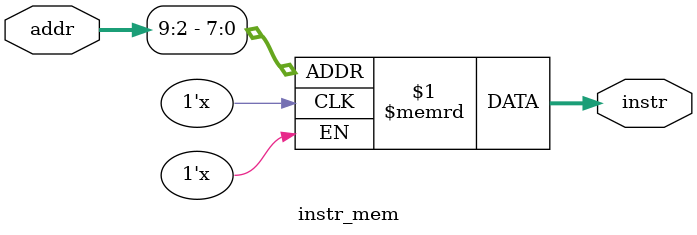
<source format=sv>
`timescale 1ns/1ps

module instr_mem (
    input  logic [31:0] addr,
    output logic [31:0] instr
);

    logic [31:0] mem [0:255];  // 256 words = 1KB

    // Word-aligned access
    assign instr = mem[addr[9:2]];

endmodule

</source>
